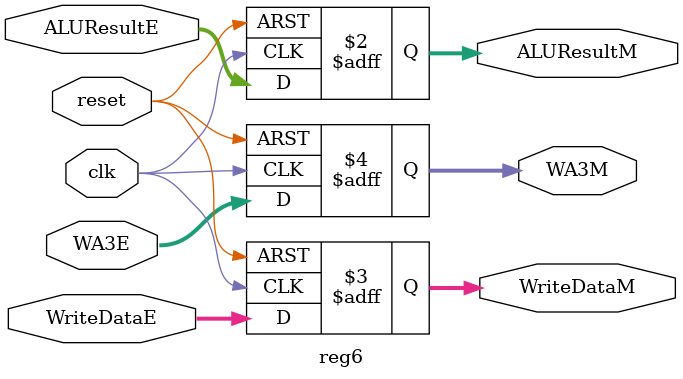
<source format=v>
module reg6(
    input wire clk,
    input wire reset,

    input wire [31:0] ALUResultE,
    input wire [31:0] WriteDataE,
    input wire [3:0] WA3E,

    output reg [31:0] ALUResultM,
    output reg [31:0] WriteDataM,
    output reg [3:0] WA3M
);
    always @ (posedge clk, posedge reset) begin
        if (reset) begin
            ALUResultM <= 32'b0;
            WriteDataM <= 32'b0;
            WA3M <= 4'b0;
        end
        else begin
            ALUResultM <= ALUResultE;
            WriteDataM <= WriteDataE;
            WA3M <= WA3E;
        end
    end

endmodule
</source>
